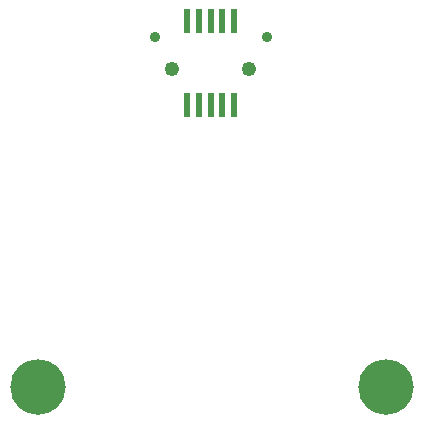
<source format=gbs>
G04 #@! TF.GenerationSoftware,KiCad,Pcbnew,7.0.2*
G04 #@! TF.CreationDate,2023-08-16T09:20:42-04:00*
G04 #@! TF.ProjectId,Foras Promineo CLR PCB,466f7261-7320-4507-926f-6d696e656f20,rev?*
G04 #@! TF.SameCoordinates,PX4c4b400PY543a756*
G04 #@! TF.FileFunction,Soldermask,Bot*
G04 #@! TF.FilePolarity,Negative*
%FSLAX46Y46*%
G04 Gerber Fmt 4.6, Leading zero omitted, Abs format (unit mm)*
G04 Created by KiCad (PCBNEW 7.0.2) date 2023-08-16 09:20:42*
%MOMM*%
%LPD*%
G01*
G04 APERTURE LIST*
%ADD10C,4.700000*%
%ADD11C,0.890000*%
%ADD12R,0.600000X2.000000*%
%ADD13C,1.248000*%
G04 APERTURE END LIST*
D10*
G04 #@! TO.C,H2*
X14730000Y-5130000D03*
G04 #@! TD*
G04 #@! TO.C,H1*
X-14730000Y-5130000D03*
G04 #@! TD*
D11*
G04 #@! TO.C,J1*
X4650000Y24469830D03*
X-4850000Y24469830D03*
D12*
X-2100000Y25844830D03*
X-2100000Y18794830D03*
X-1100000Y25844830D03*
X-1100000Y18794830D03*
X-100000Y25844830D03*
X-100000Y18794830D03*
X900000Y25844830D03*
X900000Y18794830D03*
X1900000Y25844830D03*
X1900000Y18794830D03*
D13*
X-3350000Y21819830D03*
X3150000Y21819830D03*
G04 #@! TD*
M02*

</source>
